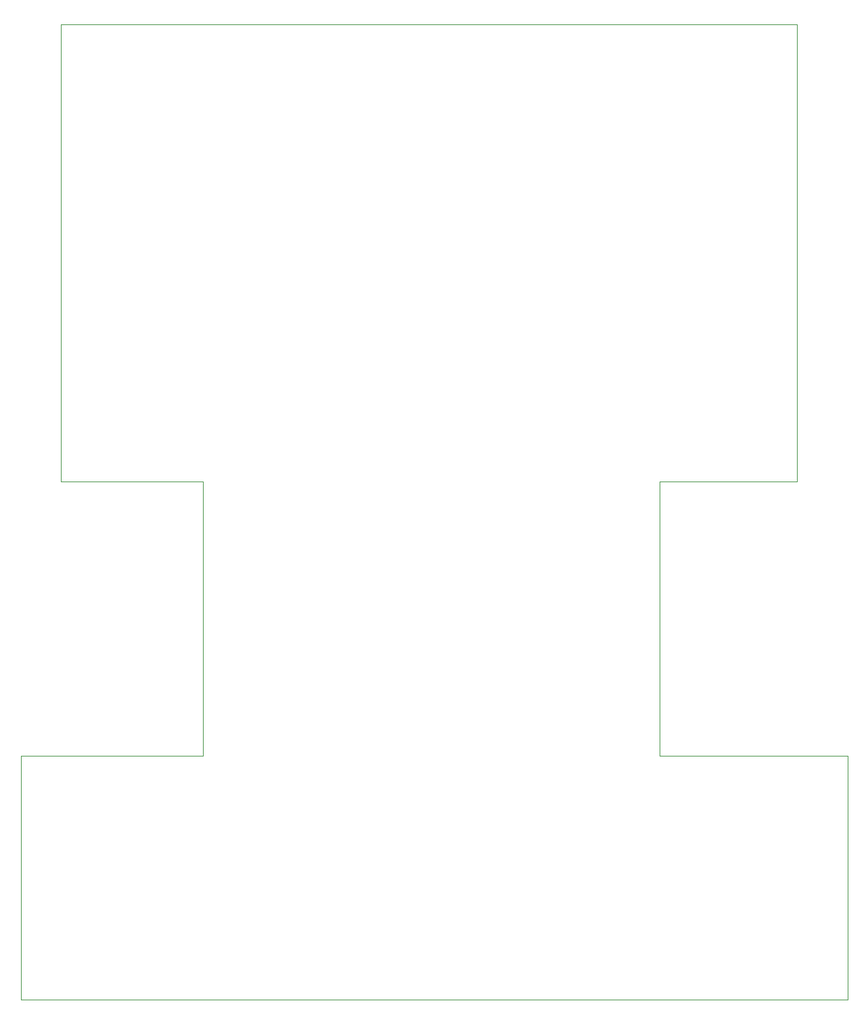
<source format=gm1>
%TF.GenerationSoftware,KiCad,Pcbnew,5.1.2*%
%TF.CreationDate,2019-06-26T00:58:14-07:00*%
%TF.ProjectId,tinyfpga-raspi-romi-board,74696e79-6670-4676-912d-72617370692d,rev?*%
%TF.SameCoordinates,Original*%
%TF.FileFunction,Profile,NP*%
%FSLAX46Y46*%
G04 Gerber Fmt 4.6, Leading zero omitted, Abs format (unit mm)*
G04 Created by KiCad (PCBNEW 5.1.2) date 2019-06-26 00:58:14*
%MOMM*%
%LPD*%
G04 APERTURE LIST*
%ADD10C,0.050000*%
G04 APERTURE END LIST*
D10*
X132715000Y-85090000D02*
X149860000Y-85090000D01*
X149860000Y-27940000D02*
X149860000Y-85090000D01*
X57785000Y-27940000D02*
X57785000Y-85090000D01*
X75565000Y-85090000D02*
X57785000Y-85090000D01*
X156210000Y-119380000D02*
X156210000Y-149860000D01*
X132715000Y-119380000D02*
X156210000Y-119380000D01*
X149860000Y-27940000D02*
X57785000Y-27940000D01*
X132715000Y-119380000D02*
X132715000Y-85090000D01*
X52765960Y-149860000D02*
X156210000Y-149860000D01*
X52765960Y-119380000D02*
X52765960Y-149860000D01*
X75565000Y-119380000D02*
X52765960Y-119380000D01*
X75565000Y-85090000D02*
X75565000Y-119380000D01*
M02*

</source>
